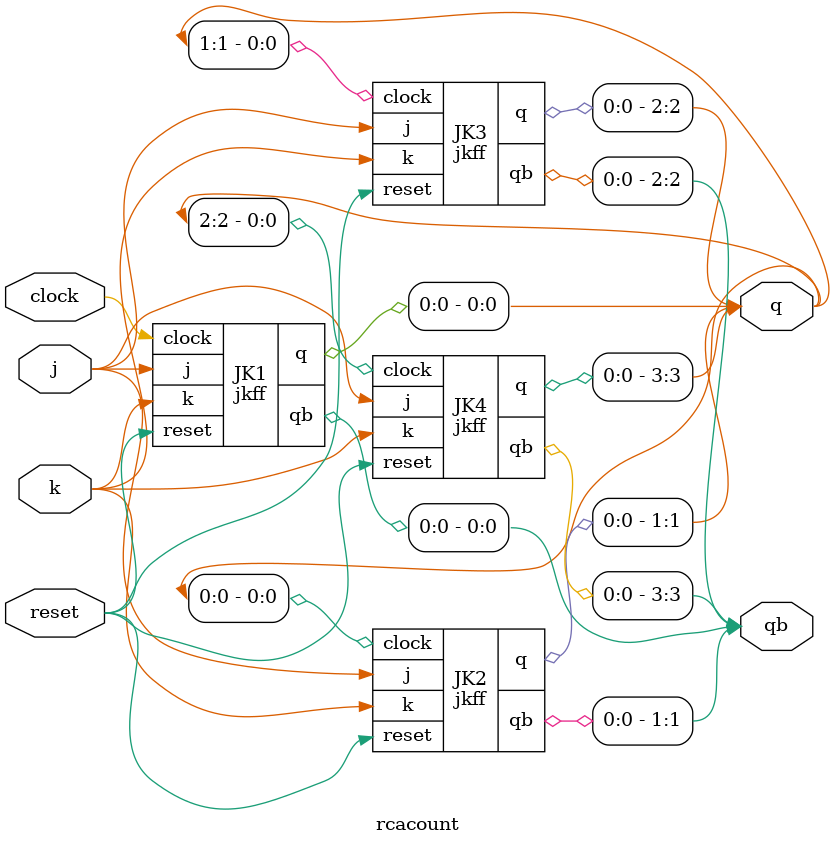
<source format=v>
module jkff(j,k,clock,reset,q,qb);
input j,k,clock,reset;
output reg q,qb;
always@(negedge clock)
begin
case({reset,j,k})
3'b100 :q=q;
3'b101 :q=0;
3'b110 :q=1;
3'b111 :q=~q;
default :q=0;
endcase
qb<=~q;
end
endmodule

module rcacount(j,k,clock,reset,q,qb);
input j,k,clock,reset;
output wire [3:0]q,qb;
jkff JK1(j,k,clock,reset,q[0],qb[0]);
jkff JK2(j,k,q[0],reset,q[1],qb[1]);
jkff JK3(j,k,q[1],reset,q[2],qb[2]);
jkff JK4(j,k,q[2],reset,q[3],qb[3]);
endmodule

</source>
